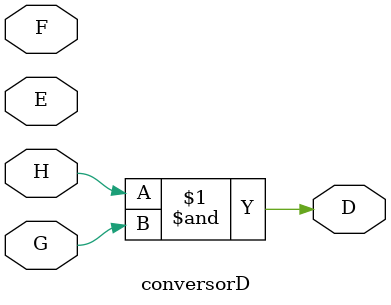
<source format=v>
module conversorD (
    input H,G,F,E,
    output D
);
    assign D = H & G;
endmodule
</source>
